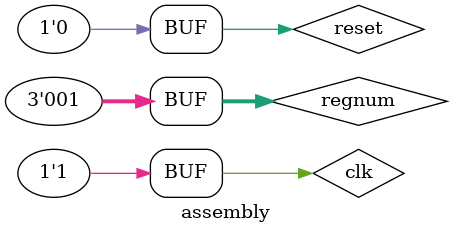
<source format=v>
`timescale 1ns / 1ps


module assembly( );
    //input
    reg clk;
    wire Clkin;
    reg reset;
    reg [2:0] regnum;
    //output
    wire Clk;
	wire [7:0] LED;
	wire [31:0] R0;
	wire [31:0] R1;
	wire [31:0] R2;
	wire [31:0] R3;
	wire [31:0] R4;
	wire [31:0] R5;
	wire [31:0] R6;
	wire [31:0] R7;
//	wire [31:0] PC;

    Top u(
    .clk_p(clk),
    .clk_n(~clk),
    .regnum(regnum),
    .Clk(Clk),
    .reset(reset),
    .Clkin(Clkin),
    .R0(R0),
    .R1(R1),
    .R2(R2),
    .R3(R3),
    .R4(R4),
    .R5(R5),
    .R6(R6),
    .R7(R7),
    .LED(LED)
    );
    
    parameter PERIOD = 100;

    always begin
        clk = 1'b0;
        #(PERIOD/2) clk = 1'b1;
        #(PERIOD/2);
    end
    
    initial begin
    //reset
    reset<=1;
    regnum=3'b001;    
    #50
    //stimulate
       reset <= 0;

       #10000; 
    end
endmodule

</source>
